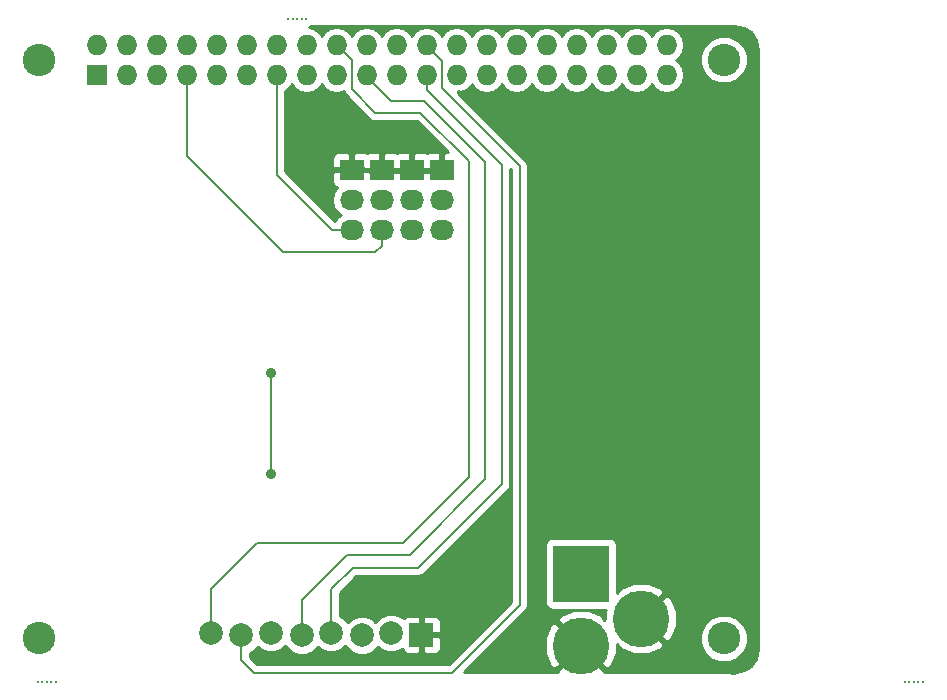
<source format=gtl>
G04 #@! TF.FileFunction,Copper,L1,Top,Signal*
%FSLAX46Y46*%
G04 Gerber Fmt 4.6, Leading zero omitted, Abs format (unit mm)*
G04 Created by KiCad (PCBNEW (2015-01-16 BZR 5376)-product) date 3/31/2016 12:49:39 PM*
%MOMM*%
G01*
G04 APERTURE LIST*
%ADD10C,0.100000*%
%ADD11C,2.000000*%
%ADD12R,2.000000X2.000000*%
%ADD13R,2.032000X1.727200*%
%ADD14O,2.032000X1.727200*%
%ADD15C,0.300000*%
%ADD16C,4.800600*%
%ADD17R,4.800600X4.800600*%
%ADD18C,2.750000*%
%ADD19R,1.727200X1.727200*%
%ADD20O,1.727200X1.727200*%
%ADD21C,0.889000*%
%ADD22C,0.152400*%
%ADD23C,0.254000*%
G04 APERTURE END LIST*
D10*
D11*
X112110000Y-124540000D03*
X114650000Y-124750000D03*
X117190000Y-124540000D03*
X119750000Y-124750000D03*
X122270000Y-124540000D03*
X124850000Y-124750000D03*
X127350000Y-124540000D03*
D12*
X129900000Y-124700000D03*
D13*
X131635000Y-85346000D03*
D14*
X131635000Y-87886000D03*
X131635000Y-90426000D03*
D13*
X129095000Y-85346000D03*
D14*
X129095000Y-87886000D03*
X129095000Y-90426000D03*
D13*
X126555000Y-85346000D03*
D14*
X126555000Y-87886000D03*
X126555000Y-90426000D03*
D13*
X123995000Y-85335000D03*
D14*
X123995000Y-87875000D03*
X123995000Y-90415000D03*
D15*
X98933000Y-128651000D03*
X98552000Y-128651000D03*
X98171000Y-128651000D03*
X97790000Y-128651000D03*
X97409000Y-128651000D03*
X172339000Y-128651000D03*
X171958000Y-128651000D03*
X171577000Y-128651000D03*
X171196000Y-128651000D03*
X170815000Y-128651000D03*
X118618000Y-72517000D03*
D16*
X143400000Y-125600000D03*
D17*
X143400000Y-119504000D03*
D16*
X148480000Y-123314000D03*
D18*
X97500000Y-76000000D03*
X155500000Y-76000000D03*
X97500000Y-125000000D03*
X155500000Y-125000000D03*
D15*
X118999000Y-72517000D03*
X119380000Y-72517000D03*
X119761000Y-72517000D03*
X120142000Y-72517000D03*
D19*
X102400000Y-77300000D03*
D20*
X102400000Y-74760000D03*
X104940000Y-77300000D03*
X104940000Y-74760000D03*
X107480000Y-77300000D03*
X107480000Y-74760000D03*
X110020000Y-77300000D03*
X110020000Y-74760000D03*
X112560000Y-77300000D03*
X112560000Y-74760000D03*
X115100000Y-77300000D03*
X115100000Y-74760000D03*
X117640000Y-77300000D03*
X117640000Y-74760000D03*
X120180000Y-77300000D03*
X120180000Y-74760000D03*
X122720000Y-77300000D03*
X122720000Y-74760000D03*
X125260000Y-77300000D03*
X125260000Y-74760000D03*
X127800000Y-77300000D03*
X127800000Y-74760000D03*
X130340000Y-77300000D03*
X130340000Y-74760000D03*
X132880000Y-77300000D03*
X132880000Y-74760000D03*
X135420000Y-77300000D03*
X135420000Y-74760000D03*
X137960000Y-77300000D03*
X137960000Y-74760000D03*
X140500000Y-77300000D03*
X140500000Y-74760000D03*
X143040000Y-77300000D03*
X143040000Y-74760000D03*
X145580000Y-77300000D03*
X145580000Y-74760000D03*
X148120000Y-77300000D03*
X148120000Y-74760000D03*
X150660000Y-77300000D03*
X150660000Y-74760000D03*
D21*
X117200000Y-111100000D03*
X117200000Y-102500000D03*
D22*
X117200000Y-102500000D02*
X117200000Y-111100000D01*
X131635000Y-90426000D02*
X131626000Y-90426000D01*
X122720000Y-74760000D02*
X122760000Y-74760000D01*
X122760000Y-74760000D02*
X124000000Y-76000000D01*
X124000000Y-76000000D02*
X124000000Y-78500000D01*
X124000000Y-78500000D02*
X126000000Y-80500000D01*
X126000000Y-80500000D02*
X129800000Y-80500000D01*
X129800000Y-80500000D02*
X133900000Y-84600000D01*
X133900000Y-84600000D02*
X133900000Y-111300000D01*
X133900000Y-111300000D02*
X128300000Y-116900000D01*
X128300000Y-116900000D02*
X116000000Y-116900000D01*
X116000000Y-116900000D02*
X112110000Y-120790000D01*
X112110000Y-120790000D02*
X112110000Y-124540000D01*
X138200000Y-112600000D02*
X138200000Y-122200000D01*
X131600000Y-76100000D02*
X131600000Y-78400000D01*
X131600000Y-78400000D02*
X138200000Y-85000000D01*
X138200000Y-85000000D02*
X138200000Y-112600000D01*
X130340000Y-74840000D02*
X131600000Y-76100000D01*
X114650000Y-126850000D02*
X114650000Y-124750000D01*
X115700000Y-127900000D02*
X114650000Y-126850000D01*
X132500000Y-127900000D02*
X115700000Y-127900000D01*
X138200000Y-122200000D02*
X132500000Y-127900000D01*
X130340000Y-74760000D02*
X130340000Y-74840000D01*
X126555000Y-90426000D02*
X126555000Y-91745000D01*
X110020000Y-84120000D02*
X110020000Y-77300000D01*
X118200000Y-92300000D02*
X110020000Y-84120000D01*
X126000000Y-92300000D02*
X118200000Y-92300000D01*
X126555000Y-91745000D02*
X126000000Y-92300000D01*
X123995000Y-90415000D02*
X122315000Y-90415000D01*
X117640000Y-85740000D02*
X117640000Y-77300000D01*
X122315000Y-90415000D02*
X117640000Y-85740000D01*
X125260000Y-77300000D02*
X125260000Y-77460000D01*
X125260000Y-77460000D02*
X127300000Y-79500000D01*
X119750000Y-121750000D02*
X119750000Y-124750000D01*
X123600000Y-117900000D02*
X119750000Y-121750000D01*
X128900000Y-117900000D02*
X123600000Y-117900000D01*
X135300000Y-111500000D02*
X128900000Y-117900000D01*
X135300000Y-84700000D02*
X135300000Y-111500000D01*
X130100000Y-79500000D02*
X135300000Y-84700000D01*
X127300000Y-79500000D02*
X130100000Y-79500000D01*
X130340000Y-77300000D02*
X130340000Y-78540000D01*
X122270000Y-120830000D02*
X122270000Y-124540000D01*
X124100000Y-119000000D02*
X122270000Y-120830000D01*
X129600000Y-119000000D02*
X124100000Y-119000000D01*
X136700000Y-111900000D02*
X129600000Y-119000000D01*
X136700000Y-84900000D02*
X136700000Y-111900000D01*
X130340000Y-78540000D02*
X136700000Y-84900000D01*
D23*
G36*
X132141611Y-83847400D02*
X131920750Y-83847400D01*
X131762000Y-84006150D01*
X131762000Y-85219000D01*
X131782000Y-85219000D01*
X131782000Y-85473000D01*
X131762000Y-85473000D01*
X131762000Y-85493000D01*
X131508000Y-85493000D01*
X131508000Y-85473000D01*
X131508000Y-85219000D01*
X131508000Y-84006150D01*
X131349250Y-83847400D01*
X130492691Y-83847400D01*
X130365000Y-83900291D01*
X130237309Y-83847400D01*
X129380750Y-83847400D01*
X129222000Y-84006150D01*
X129222000Y-85219000D01*
X130142750Y-85219000D01*
X130587250Y-85219000D01*
X131508000Y-85219000D01*
X131508000Y-85473000D01*
X130587250Y-85473000D01*
X130142750Y-85473000D01*
X129222000Y-85473000D01*
X129222000Y-85493000D01*
X128968000Y-85493000D01*
X128968000Y-85473000D01*
X128968000Y-85219000D01*
X128968000Y-84006150D01*
X128809250Y-83847400D01*
X127952691Y-83847400D01*
X127825000Y-83900291D01*
X127697309Y-83847400D01*
X126840750Y-83847400D01*
X126682000Y-84006150D01*
X126682000Y-85219000D01*
X127602750Y-85219000D01*
X128047250Y-85219000D01*
X128968000Y-85219000D01*
X128968000Y-85473000D01*
X128047250Y-85473000D01*
X127602750Y-85473000D01*
X126682000Y-85473000D01*
X126682000Y-85493000D01*
X126428000Y-85493000D01*
X126428000Y-85473000D01*
X126428000Y-85219000D01*
X126428000Y-84006150D01*
X126269250Y-83847400D01*
X125412691Y-83847400D01*
X125288278Y-83898933D01*
X125137309Y-83836400D01*
X124280750Y-83836400D01*
X124122000Y-83995150D01*
X124122000Y-85208000D01*
X125051750Y-85208000D01*
X125062750Y-85219000D01*
X126428000Y-85219000D01*
X126428000Y-85473000D01*
X125498250Y-85473000D01*
X125487250Y-85462000D01*
X124122000Y-85462000D01*
X124122000Y-85482000D01*
X123868000Y-85482000D01*
X123868000Y-85462000D01*
X123868000Y-85208000D01*
X123868000Y-83995150D01*
X123709250Y-83836400D01*
X122852691Y-83836400D01*
X122619302Y-83933073D01*
X122440673Y-84111701D01*
X122344000Y-84345090D01*
X122344000Y-84597709D01*
X122344000Y-85049250D01*
X122502750Y-85208000D01*
X123868000Y-85208000D01*
X123868000Y-85462000D01*
X122502750Y-85462000D01*
X122344000Y-85620750D01*
X122344000Y-86072291D01*
X122344000Y-86324910D01*
X122440673Y-86558299D01*
X122619302Y-86736927D01*
X122772780Y-86800499D01*
X122750585Y-86815330D01*
X122425729Y-87301511D01*
X122311655Y-87875000D01*
X122425729Y-88448489D01*
X122750585Y-88934670D01*
X123065365Y-89145000D01*
X122750585Y-89355330D01*
X122554532Y-89648743D01*
X118351200Y-85445411D01*
X118351200Y-78621869D01*
X118699670Y-78389029D01*
X118910000Y-78074248D01*
X119120330Y-78389029D01*
X119606511Y-78713885D01*
X120180000Y-78827959D01*
X120753489Y-78713885D01*
X121239670Y-78389029D01*
X121450000Y-78074248D01*
X121660330Y-78389029D01*
X122146511Y-78713885D01*
X122720000Y-78827959D01*
X123293489Y-78713885D01*
X123326903Y-78691558D01*
X123342937Y-78772165D01*
X123497106Y-79002894D01*
X125497106Y-81002894D01*
X125727835Y-81157063D01*
X125727836Y-81157063D01*
X125772990Y-81166044D01*
X126000000Y-81211200D01*
X129505411Y-81211200D01*
X132141611Y-83847400D01*
X132141611Y-83847400D01*
G37*
X132141611Y-83847400D02*
X131920750Y-83847400D01*
X131762000Y-84006150D01*
X131762000Y-85219000D01*
X131782000Y-85219000D01*
X131782000Y-85473000D01*
X131762000Y-85473000D01*
X131762000Y-85493000D01*
X131508000Y-85493000D01*
X131508000Y-85473000D01*
X131508000Y-85219000D01*
X131508000Y-84006150D01*
X131349250Y-83847400D01*
X130492691Y-83847400D01*
X130365000Y-83900291D01*
X130237309Y-83847400D01*
X129380750Y-83847400D01*
X129222000Y-84006150D01*
X129222000Y-85219000D01*
X130142750Y-85219000D01*
X130587250Y-85219000D01*
X131508000Y-85219000D01*
X131508000Y-85473000D01*
X130587250Y-85473000D01*
X130142750Y-85473000D01*
X129222000Y-85473000D01*
X129222000Y-85493000D01*
X128968000Y-85493000D01*
X128968000Y-85473000D01*
X128968000Y-85219000D01*
X128968000Y-84006150D01*
X128809250Y-83847400D01*
X127952691Y-83847400D01*
X127825000Y-83900291D01*
X127697309Y-83847400D01*
X126840750Y-83847400D01*
X126682000Y-84006150D01*
X126682000Y-85219000D01*
X127602750Y-85219000D01*
X128047250Y-85219000D01*
X128968000Y-85219000D01*
X128968000Y-85473000D01*
X128047250Y-85473000D01*
X127602750Y-85473000D01*
X126682000Y-85473000D01*
X126682000Y-85493000D01*
X126428000Y-85493000D01*
X126428000Y-85473000D01*
X126428000Y-85219000D01*
X126428000Y-84006150D01*
X126269250Y-83847400D01*
X125412691Y-83847400D01*
X125288278Y-83898933D01*
X125137309Y-83836400D01*
X124280750Y-83836400D01*
X124122000Y-83995150D01*
X124122000Y-85208000D01*
X125051750Y-85208000D01*
X125062750Y-85219000D01*
X126428000Y-85219000D01*
X126428000Y-85473000D01*
X125498250Y-85473000D01*
X125487250Y-85462000D01*
X124122000Y-85462000D01*
X124122000Y-85482000D01*
X123868000Y-85482000D01*
X123868000Y-85462000D01*
X123868000Y-85208000D01*
X123868000Y-83995150D01*
X123709250Y-83836400D01*
X122852691Y-83836400D01*
X122619302Y-83933073D01*
X122440673Y-84111701D01*
X122344000Y-84345090D01*
X122344000Y-84597709D01*
X122344000Y-85049250D01*
X122502750Y-85208000D01*
X123868000Y-85208000D01*
X123868000Y-85462000D01*
X122502750Y-85462000D01*
X122344000Y-85620750D01*
X122344000Y-86072291D01*
X122344000Y-86324910D01*
X122440673Y-86558299D01*
X122619302Y-86736927D01*
X122772780Y-86800499D01*
X122750585Y-86815330D01*
X122425729Y-87301511D01*
X122311655Y-87875000D01*
X122425729Y-88448489D01*
X122750585Y-88934670D01*
X123065365Y-89145000D01*
X122750585Y-89355330D01*
X122554532Y-89648743D01*
X118351200Y-85445411D01*
X118351200Y-78621869D01*
X118699670Y-78389029D01*
X118910000Y-78074248D01*
X119120330Y-78389029D01*
X119606511Y-78713885D01*
X120180000Y-78827959D01*
X120753489Y-78713885D01*
X121239670Y-78389029D01*
X121450000Y-78074248D01*
X121660330Y-78389029D01*
X122146511Y-78713885D01*
X122720000Y-78827959D01*
X123293489Y-78713885D01*
X123326903Y-78691558D01*
X123342937Y-78772165D01*
X123497106Y-79002894D01*
X125497106Y-81002894D01*
X125727835Y-81157063D01*
X125727836Y-81157063D01*
X125772990Y-81166044D01*
X126000000Y-81211200D01*
X129505411Y-81211200D01*
X132141611Y-83847400D01*
G36*
X133027000Y-77427000D02*
X133007000Y-77427000D01*
X133007000Y-77447000D01*
X132753000Y-77447000D01*
X132753000Y-77427000D01*
X132733000Y-77427000D01*
X132733000Y-77173000D01*
X132753000Y-77173000D01*
X132753000Y-77153000D01*
X133007000Y-77153000D01*
X133007000Y-77173000D01*
X133027000Y-77173000D01*
X133027000Y-77427000D01*
X133027000Y-77427000D01*
G37*
X133027000Y-77427000D02*
X133007000Y-77427000D01*
X133007000Y-77447000D01*
X132753000Y-77447000D01*
X132753000Y-77427000D01*
X132733000Y-77427000D01*
X132733000Y-77173000D01*
X132753000Y-77173000D01*
X132753000Y-77153000D01*
X133007000Y-77153000D01*
X133007000Y-77173000D01*
X133027000Y-77173000D01*
X133027000Y-77427000D01*
G36*
X137488800Y-121905411D02*
X132205411Y-127188800D01*
X131535000Y-127188800D01*
X131535000Y-125826310D01*
X131535000Y-125573691D01*
X131535000Y-124985750D01*
X131535000Y-124414250D01*
X131535000Y-123826309D01*
X131535000Y-123573690D01*
X131438327Y-123340301D01*
X131259698Y-123161673D01*
X131026309Y-123065000D01*
X130185750Y-123065000D01*
X130027000Y-123223750D01*
X130027000Y-124573000D01*
X131376250Y-124573000D01*
X131535000Y-124414250D01*
X131535000Y-124985750D01*
X131376250Y-124827000D01*
X130027000Y-124827000D01*
X130027000Y-126176250D01*
X130185750Y-126335000D01*
X131026309Y-126335000D01*
X131259698Y-126238327D01*
X131438327Y-126059699D01*
X131535000Y-125826310D01*
X131535000Y-127188800D01*
X115994588Y-127188800D01*
X115361200Y-126555411D01*
X115361200Y-126225211D01*
X115574943Y-126136894D01*
X116025198Y-125687424D01*
X116262637Y-125925278D01*
X116863352Y-126174716D01*
X117513795Y-126175284D01*
X118114943Y-125926894D01*
X118365216Y-125677057D01*
X118822637Y-126135278D01*
X119423352Y-126384716D01*
X120073795Y-126385284D01*
X120674943Y-126136894D01*
X121115181Y-125697424D01*
X121342637Y-125925278D01*
X121943352Y-126174716D01*
X122593795Y-126175284D01*
X123194943Y-125926894D01*
X123458500Y-125663796D01*
X123463106Y-125674943D01*
X123922637Y-126135278D01*
X124523352Y-126384716D01*
X125173795Y-126385284D01*
X125774943Y-126136894D01*
X126205163Y-125707424D01*
X126422637Y-125925278D01*
X127023352Y-126174716D01*
X127673795Y-126175284D01*
X128274943Y-125926894D01*
X128297384Y-125904492D01*
X128361673Y-126059699D01*
X128540302Y-126238327D01*
X128773691Y-126335000D01*
X129614250Y-126335000D01*
X129773000Y-126176250D01*
X129773000Y-124827000D01*
X129753000Y-124827000D01*
X129753000Y-124573000D01*
X129773000Y-124573000D01*
X129773000Y-123223750D01*
X129614250Y-123065000D01*
X128773691Y-123065000D01*
X128540302Y-123161673D01*
X128412189Y-123289784D01*
X128277363Y-123154722D01*
X127676648Y-122905284D01*
X127026205Y-122904716D01*
X126425057Y-123153106D01*
X125994836Y-123582575D01*
X125777363Y-123364722D01*
X125176648Y-123115284D01*
X124526205Y-123114716D01*
X123925057Y-123363106D01*
X123661499Y-123626203D01*
X123656894Y-123615057D01*
X123197363Y-123154722D01*
X122981200Y-123064963D01*
X122981200Y-121124588D01*
X124394588Y-119711200D01*
X129600000Y-119711200D01*
X129872164Y-119657063D01*
X129872165Y-119657063D01*
X130102894Y-119502894D01*
X137202894Y-112402895D01*
X137202894Y-112402894D01*
X137357063Y-112172165D01*
X137357063Y-112172164D01*
X137366044Y-112127009D01*
X137411199Y-111900000D01*
X137411200Y-111900000D01*
X137411200Y-85216988D01*
X137488800Y-85294588D01*
X137488800Y-112600000D01*
X137488800Y-121905411D01*
X137488800Y-121905411D01*
G37*
X137488800Y-121905411D02*
X132205411Y-127188800D01*
X131535000Y-127188800D01*
X131535000Y-125826310D01*
X131535000Y-125573691D01*
X131535000Y-124985750D01*
X131535000Y-124414250D01*
X131535000Y-123826309D01*
X131535000Y-123573690D01*
X131438327Y-123340301D01*
X131259698Y-123161673D01*
X131026309Y-123065000D01*
X130185750Y-123065000D01*
X130027000Y-123223750D01*
X130027000Y-124573000D01*
X131376250Y-124573000D01*
X131535000Y-124414250D01*
X131535000Y-124985750D01*
X131376250Y-124827000D01*
X130027000Y-124827000D01*
X130027000Y-126176250D01*
X130185750Y-126335000D01*
X131026309Y-126335000D01*
X131259698Y-126238327D01*
X131438327Y-126059699D01*
X131535000Y-125826310D01*
X131535000Y-127188800D01*
X115994588Y-127188800D01*
X115361200Y-126555411D01*
X115361200Y-126225211D01*
X115574943Y-126136894D01*
X116025198Y-125687424D01*
X116262637Y-125925278D01*
X116863352Y-126174716D01*
X117513795Y-126175284D01*
X118114943Y-125926894D01*
X118365216Y-125677057D01*
X118822637Y-126135278D01*
X119423352Y-126384716D01*
X120073795Y-126385284D01*
X120674943Y-126136894D01*
X121115181Y-125697424D01*
X121342637Y-125925278D01*
X121943352Y-126174716D01*
X122593795Y-126175284D01*
X123194943Y-125926894D01*
X123458500Y-125663796D01*
X123463106Y-125674943D01*
X123922637Y-126135278D01*
X124523352Y-126384716D01*
X125173795Y-126385284D01*
X125774943Y-126136894D01*
X126205163Y-125707424D01*
X126422637Y-125925278D01*
X127023352Y-126174716D01*
X127673795Y-126175284D01*
X128274943Y-125926894D01*
X128297384Y-125904492D01*
X128361673Y-126059699D01*
X128540302Y-126238327D01*
X128773691Y-126335000D01*
X129614250Y-126335000D01*
X129773000Y-126176250D01*
X129773000Y-124827000D01*
X129753000Y-124827000D01*
X129753000Y-124573000D01*
X129773000Y-124573000D01*
X129773000Y-123223750D01*
X129614250Y-123065000D01*
X128773691Y-123065000D01*
X128540302Y-123161673D01*
X128412189Y-123289784D01*
X128277363Y-123154722D01*
X127676648Y-122905284D01*
X127026205Y-122904716D01*
X126425057Y-123153106D01*
X125994836Y-123582575D01*
X125777363Y-123364722D01*
X125176648Y-123115284D01*
X124526205Y-123114716D01*
X123925057Y-123363106D01*
X123661499Y-123626203D01*
X123656894Y-123615057D01*
X123197363Y-123154722D01*
X122981200Y-123064963D01*
X122981200Y-121124588D01*
X124394588Y-119711200D01*
X129600000Y-119711200D01*
X129872164Y-119657063D01*
X129872165Y-119657063D01*
X130102894Y-119502894D01*
X137202894Y-112402895D01*
X137202894Y-112402894D01*
X137357063Y-112172165D01*
X137357063Y-112172164D01*
X137366044Y-112127009D01*
X137411199Y-111900000D01*
X137411200Y-111900000D01*
X137411200Y-85216988D01*
X137488800Y-85294588D01*
X137488800Y-112600000D01*
X137488800Y-121905411D01*
G36*
X158409510Y-75276233D02*
X158365000Y-75500000D01*
X158365000Y-125888213D01*
X158202492Y-126705194D01*
X157803029Y-127303031D01*
X157510348Y-127498594D01*
X157510348Y-124601940D01*
X157510348Y-75601940D01*
X157204988Y-74862914D01*
X156640060Y-74296999D01*
X155901568Y-73990350D01*
X155101940Y-73989652D01*
X154362914Y-74295012D01*
X153796999Y-74859940D01*
X153490350Y-75598432D01*
X153489652Y-76398060D01*
X153795012Y-77137086D01*
X154359940Y-77703001D01*
X155098432Y-78009650D01*
X155898060Y-78010348D01*
X156637086Y-77704988D01*
X157203001Y-77140060D01*
X157509650Y-76401568D01*
X157510348Y-75601940D01*
X157510348Y-124601940D01*
X157204988Y-123862914D01*
X156640060Y-123296999D01*
X155901568Y-122990350D01*
X155101940Y-122989652D01*
X154362914Y-123295012D01*
X153796999Y-123859940D01*
X153490350Y-124598432D01*
X153489652Y-125398060D01*
X153795012Y-126137086D01*
X154359940Y-126703001D01*
X155098432Y-127009650D01*
X155898060Y-127010348D01*
X156637086Y-126704988D01*
X157203001Y-126140060D01*
X157509650Y-125401568D01*
X157510348Y-124601940D01*
X157510348Y-127498594D01*
X157205193Y-127702493D01*
X156278573Y-127886809D01*
X156223767Y-127909510D01*
X156000000Y-127865000D01*
X151516369Y-127865000D01*
X151516369Y-123912358D01*
X151514221Y-122704843D01*
X151056257Y-121599221D01*
X150643936Y-121329670D01*
X150464330Y-121509275D01*
X148659605Y-123314000D01*
X150643936Y-125298330D01*
X151056257Y-125028779D01*
X151516369Y-123912358D01*
X151516369Y-127865000D01*
X150464330Y-127865000D01*
X150464330Y-125477936D01*
X148480000Y-123493605D01*
X148465857Y-123507747D01*
X148300395Y-123342285D01*
X148286252Y-123328142D01*
X148300395Y-123314000D01*
X148286252Y-123299857D01*
X148465857Y-123120252D01*
X148480000Y-123134395D01*
X150464330Y-121150064D01*
X150194779Y-120737743D01*
X149078358Y-120277631D01*
X147870843Y-120279779D01*
X146765221Y-120737743D01*
X146495670Y-121150062D01*
X146447740Y-121102132D01*
X146447740Y-117103700D01*
X146400763Y-116861577D01*
X146260973Y-116648773D01*
X146049940Y-116506323D01*
X145800300Y-116456260D01*
X140999700Y-116456260D01*
X140757577Y-116503237D01*
X140544773Y-116643027D01*
X140402323Y-116854060D01*
X140352260Y-117103700D01*
X140352260Y-121904300D01*
X140399237Y-122146423D01*
X140539027Y-122359227D01*
X140750060Y-122501677D01*
X140999700Y-122551740D01*
X145511180Y-122551740D01*
X145443631Y-122715642D01*
X145444804Y-123375587D01*
X145384329Y-123436062D01*
X145114779Y-123023743D01*
X143998358Y-122563631D01*
X142790843Y-122565779D01*
X141685221Y-123023743D01*
X141415670Y-123436064D01*
X143400000Y-125420395D01*
X143414142Y-125406252D01*
X143593747Y-125585857D01*
X143579605Y-125600000D01*
X145563936Y-127584330D01*
X145976257Y-127314779D01*
X146436369Y-126198358D01*
X146435194Y-125538413D01*
X146495670Y-125477937D01*
X146765221Y-125890257D01*
X147881642Y-126350369D01*
X149089157Y-126348221D01*
X150194779Y-125890257D01*
X150464330Y-125477936D01*
X150464330Y-127865000D01*
X145318260Y-127865000D01*
X145384330Y-127763936D01*
X143400000Y-125779605D01*
X143220395Y-125959210D01*
X143220395Y-125600000D01*
X141236064Y-123615670D01*
X140823743Y-123885221D01*
X140363631Y-125001642D01*
X140365779Y-126209157D01*
X140823743Y-127314779D01*
X141236064Y-127584330D01*
X143220395Y-125600000D01*
X143220395Y-125959210D01*
X141415670Y-127763936D01*
X141481739Y-127865000D01*
X133540788Y-127865000D01*
X138702894Y-122702895D01*
X138702894Y-122702894D01*
X138805905Y-122548726D01*
X138857062Y-122472165D01*
X138857063Y-122472164D01*
X138911199Y-122200000D01*
X138911200Y-122200000D01*
X138911200Y-112600000D01*
X138911200Y-85000000D01*
X138857063Y-84727836D01*
X138702895Y-84497106D01*
X133004389Y-78798600D01*
X133007002Y-78798600D01*
X133007002Y-78633818D01*
X133239026Y-78754958D01*
X133654947Y-78582688D01*
X134086821Y-78188490D01*
X134144336Y-78065771D01*
X134360330Y-78389029D01*
X134846511Y-78713885D01*
X135420000Y-78827959D01*
X135993489Y-78713885D01*
X136479670Y-78389029D01*
X136690000Y-78074248D01*
X136900330Y-78389029D01*
X137386511Y-78713885D01*
X137960000Y-78827959D01*
X138533489Y-78713885D01*
X139019670Y-78389029D01*
X139230000Y-78074248D01*
X139440330Y-78389029D01*
X139926511Y-78713885D01*
X140500000Y-78827959D01*
X141073489Y-78713885D01*
X141559670Y-78389029D01*
X141770000Y-78074248D01*
X141980330Y-78389029D01*
X142466511Y-78713885D01*
X143040000Y-78827959D01*
X143613489Y-78713885D01*
X144099670Y-78389029D01*
X144310000Y-78074248D01*
X144520330Y-78389029D01*
X145006511Y-78713885D01*
X145580000Y-78827959D01*
X146153489Y-78713885D01*
X146639670Y-78389029D01*
X146850000Y-78074248D01*
X147060330Y-78389029D01*
X147546511Y-78713885D01*
X148120000Y-78827959D01*
X148693489Y-78713885D01*
X149179670Y-78389029D01*
X149390000Y-78074248D01*
X149600330Y-78389029D01*
X150086511Y-78713885D01*
X150660000Y-78827959D01*
X151233489Y-78713885D01*
X151719670Y-78389029D01*
X152044526Y-77902848D01*
X152158600Y-77329359D01*
X152158600Y-77270641D01*
X152044526Y-76697152D01*
X151719670Y-76210971D01*
X151448827Y-76030000D01*
X151719670Y-75849029D01*
X152044526Y-75362848D01*
X152158600Y-74789359D01*
X152158600Y-74730641D01*
X152044526Y-74157152D01*
X151719670Y-73670971D01*
X151233489Y-73346115D01*
X150660000Y-73232041D01*
X150086511Y-73346115D01*
X149600330Y-73670971D01*
X149390000Y-73985751D01*
X149179670Y-73670971D01*
X148693489Y-73346115D01*
X148120000Y-73232041D01*
X147546511Y-73346115D01*
X147060330Y-73670971D01*
X146850000Y-73985751D01*
X146639670Y-73670971D01*
X146153489Y-73346115D01*
X145580000Y-73232041D01*
X145006511Y-73346115D01*
X144520330Y-73670971D01*
X144310000Y-73985751D01*
X144099670Y-73670971D01*
X143613489Y-73346115D01*
X143040000Y-73232041D01*
X142466511Y-73346115D01*
X141980330Y-73670971D01*
X141770000Y-73985751D01*
X141559670Y-73670971D01*
X141073489Y-73346115D01*
X140500000Y-73232041D01*
X139926511Y-73346115D01*
X139440330Y-73670971D01*
X139230000Y-73985751D01*
X139019670Y-73670971D01*
X138533489Y-73346115D01*
X137960000Y-73232041D01*
X137386511Y-73346115D01*
X136900330Y-73670971D01*
X136690000Y-73985751D01*
X136479670Y-73670971D01*
X135993489Y-73346115D01*
X135420000Y-73232041D01*
X134846511Y-73346115D01*
X134360330Y-73670971D01*
X134150000Y-73985751D01*
X133939670Y-73670971D01*
X133453489Y-73346115D01*
X132880000Y-73232041D01*
X132306511Y-73346115D01*
X131820330Y-73670971D01*
X131610000Y-73985751D01*
X131399670Y-73670971D01*
X130913489Y-73346115D01*
X130340000Y-73232041D01*
X129766511Y-73346115D01*
X129280330Y-73670971D01*
X129070000Y-73985751D01*
X128859670Y-73670971D01*
X128373489Y-73346115D01*
X127800000Y-73232041D01*
X127226511Y-73346115D01*
X126740330Y-73670971D01*
X126530000Y-73985751D01*
X126319670Y-73670971D01*
X125833489Y-73346115D01*
X125260000Y-73232041D01*
X124686511Y-73346115D01*
X124200330Y-73670971D01*
X123990000Y-73985751D01*
X123779670Y-73670971D01*
X123293489Y-73346115D01*
X122720000Y-73232041D01*
X122146511Y-73346115D01*
X121660330Y-73670971D01*
X121450000Y-73985751D01*
X121239670Y-73670971D01*
X120753489Y-73346115D01*
X120373805Y-73270591D01*
X120586086Y-73182879D01*
X120634048Y-73135000D01*
X156388214Y-73135000D01*
X157205193Y-73297506D01*
X157803029Y-73696968D01*
X158202492Y-74294805D01*
X158386809Y-75221428D01*
X158409510Y-75276233D01*
X158409510Y-75276233D01*
G37*
X158409510Y-75276233D02*
X158365000Y-75500000D01*
X158365000Y-125888213D01*
X158202492Y-126705194D01*
X157803029Y-127303031D01*
X157510348Y-127498594D01*
X157510348Y-124601940D01*
X157510348Y-75601940D01*
X157204988Y-74862914D01*
X156640060Y-74296999D01*
X155901568Y-73990350D01*
X155101940Y-73989652D01*
X154362914Y-74295012D01*
X153796999Y-74859940D01*
X153490350Y-75598432D01*
X153489652Y-76398060D01*
X153795012Y-77137086D01*
X154359940Y-77703001D01*
X155098432Y-78009650D01*
X155898060Y-78010348D01*
X156637086Y-77704988D01*
X157203001Y-77140060D01*
X157509650Y-76401568D01*
X157510348Y-75601940D01*
X157510348Y-124601940D01*
X157204988Y-123862914D01*
X156640060Y-123296999D01*
X155901568Y-122990350D01*
X155101940Y-122989652D01*
X154362914Y-123295012D01*
X153796999Y-123859940D01*
X153490350Y-124598432D01*
X153489652Y-125398060D01*
X153795012Y-126137086D01*
X154359940Y-126703001D01*
X155098432Y-127009650D01*
X155898060Y-127010348D01*
X156637086Y-126704988D01*
X157203001Y-126140060D01*
X157509650Y-125401568D01*
X157510348Y-124601940D01*
X157510348Y-127498594D01*
X157205193Y-127702493D01*
X156278573Y-127886809D01*
X156223767Y-127909510D01*
X156000000Y-127865000D01*
X151516369Y-127865000D01*
X151516369Y-123912358D01*
X151514221Y-122704843D01*
X151056257Y-121599221D01*
X150643936Y-121329670D01*
X150464330Y-121509275D01*
X148659605Y-123314000D01*
X150643936Y-125298330D01*
X151056257Y-125028779D01*
X151516369Y-123912358D01*
X151516369Y-127865000D01*
X150464330Y-127865000D01*
X150464330Y-125477936D01*
X148480000Y-123493605D01*
X148465857Y-123507747D01*
X148300395Y-123342285D01*
X148286252Y-123328142D01*
X148300395Y-123314000D01*
X148286252Y-123299857D01*
X148465857Y-123120252D01*
X148480000Y-123134395D01*
X150464330Y-121150064D01*
X150194779Y-120737743D01*
X149078358Y-120277631D01*
X147870843Y-120279779D01*
X146765221Y-120737743D01*
X146495670Y-121150062D01*
X146447740Y-121102132D01*
X146447740Y-117103700D01*
X146400763Y-116861577D01*
X146260973Y-116648773D01*
X146049940Y-116506323D01*
X145800300Y-116456260D01*
X140999700Y-116456260D01*
X140757577Y-116503237D01*
X140544773Y-116643027D01*
X140402323Y-116854060D01*
X140352260Y-117103700D01*
X140352260Y-121904300D01*
X140399237Y-122146423D01*
X140539027Y-122359227D01*
X140750060Y-122501677D01*
X140999700Y-122551740D01*
X145511180Y-122551740D01*
X145443631Y-122715642D01*
X145444804Y-123375587D01*
X145384329Y-123436062D01*
X145114779Y-123023743D01*
X143998358Y-122563631D01*
X142790843Y-122565779D01*
X141685221Y-123023743D01*
X141415670Y-123436064D01*
X143400000Y-125420395D01*
X143414142Y-125406252D01*
X143593747Y-125585857D01*
X143579605Y-125600000D01*
X145563936Y-127584330D01*
X145976257Y-127314779D01*
X146436369Y-126198358D01*
X146435194Y-125538413D01*
X146495670Y-125477937D01*
X146765221Y-125890257D01*
X147881642Y-126350369D01*
X149089157Y-126348221D01*
X150194779Y-125890257D01*
X150464330Y-125477936D01*
X150464330Y-127865000D01*
X145318260Y-127865000D01*
X145384330Y-127763936D01*
X143400000Y-125779605D01*
X143220395Y-125959210D01*
X143220395Y-125600000D01*
X141236064Y-123615670D01*
X140823743Y-123885221D01*
X140363631Y-125001642D01*
X140365779Y-126209157D01*
X140823743Y-127314779D01*
X141236064Y-127584330D01*
X143220395Y-125600000D01*
X143220395Y-125959210D01*
X141415670Y-127763936D01*
X141481739Y-127865000D01*
X133540788Y-127865000D01*
X138702894Y-122702895D01*
X138702894Y-122702894D01*
X138805905Y-122548726D01*
X138857062Y-122472165D01*
X138857063Y-122472164D01*
X138911199Y-122200000D01*
X138911200Y-122200000D01*
X138911200Y-112600000D01*
X138911200Y-85000000D01*
X138857063Y-84727836D01*
X138702895Y-84497106D01*
X133004389Y-78798600D01*
X133007002Y-78798600D01*
X133007002Y-78633818D01*
X133239026Y-78754958D01*
X133654947Y-78582688D01*
X134086821Y-78188490D01*
X134144336Y-78065771D01*
X134360330Y-78389029D01*
X134846511Y-78713885D01*
X135420000Y-78827959D01*
X135993489Y-78713885D01*
X136479670Y-78389029D01*
X136690000Y-78074248D01*
X136900330Y-78389029D01*
X137386511Y-78713885D01*
X137960000Y-78827959D01*
X138533489Y-78713885D01*
X139019670Y-78389029D01*
X139230000Y-78074248D01*
X139440330Y-78389029D01*
X139926511Y-78713885D01*
X140500000Y-78827959D01*
X141073489Y-78713885D01*
X141559670Y-78389029D01*
X141770000Y-78074248D01*
X141980330Y-78389029D01*
X142466511Y-78713885D01*
X143040000Y-78827959D01*
X143613489Y-78713885D01*
X144099670Y-78389029D01*
X144310000Y-78074248D01*
X144520330Y-78389029D01*
X145006511Y-78713885D01*
X145580000Y-78827959D01*
X146153489Y-78713885D01*
X146639670Y-78389029D01*
X146850000Y-78074248D01*
X147060330Y-78389029D01*
X147546511Y-78713885D01*
X148120000Y-78827959D01*
X148693489Y-78713885D01*
X149179670Y-78389029D01*
X149390000Y-78074248D01*
X149600330Y-78389029D01*
X150086511Y-78713885D01*
X150660000Y-78827959D01*
X151233489Y-78713885D01*
X151719670Y-78389029D01*
X152044526Y-77902848D01*
X152158600Y-77329359D01*
X152158600Y-77270641D01*
X152044526Y-76697152D01*
X151719670Y-76210971D01*
X151448827Y-76030000D01*
X151719670Y-75849029D01*
X152044526Y-75362848D01*
X152158600Y-74789359D01*
X152158600Y-74730641D01*
X152044526Y-74157152D01*
X151719670Y-73670971D01*
X151233489Y-73346115D01*
X150660000Y-73232041D01*
X150086511Y-73346115D01*
X149600330Y-73670971D01*
X149390000Y-73985751D01*
X149179670Y-73670971D01*
X148693489Y-73346115D01*
X148120000Y-73232041D01*
X147546511Y-73346115D01*
X147060330Y-73670971D01*
X146850000Y-73985751D01*
X146639670Y-73670971D01*
X146153489Y-73346115D01*
X145580000Y-73232041D01*
X145006511Y-73346115D01*
X144520330Y-73670971D01*
X144310000Y-73985751D01*
X144099670Y-73670971D01*
X143613489Y-73346115D01*
X143040000Y-73232041D01*
X142466511Y-73346115D01*
X141980330Y-73670971D01*
X141770000Y-73985751D01*
X141559670Y-73670971D01*
X141073489Y-73346115D01*
X140500000Y-73232041D01*
X139926511Y-73346115D01*
X139440330Y-73670971D01*
X139230000Y-73985751D01*
X139019670Y-73670971D01*
X138533489Y-73346115D01*
X137960000Y-73232041D01*
X137386511Y-73346115D01*
X136900330Y-73670971D01*
X136690000Y-73985751D01*
X136479670Y-73670971D01*
X135993489Y-73346115D01*
X135420000Y-73232041D01*
X134846511Y-73346115D01*
X134360330Y-73670971D01*
X134150000Y-73985751D01*
X133939670Y-73670971D01*
X133453489Y-73346115D01*
X132880000Y-73232041D01*
X132306511Y-73346115D01*
X131820330Y-73670971D01*
X131610000Y-73985751D01*
X131399670Y-73670971D01*
X130913489Y-73346115D01*
X130340000Y-73232041D01*
X129766511Y-73346115D01*
X129280330Y-73670971D01*
X129070000Y-73985751D01*
X128859670Y-73670971D01*
X128373489Y-73346115D01*
X127800000Y-73232041D01*
X127226511Y-73346115D01*
X126740330Y-73670971D01*
X126530000Y-73985751D01*
X126319670Y-73670971D01*
X125833489Y-73346115D01*
X125260000Y-73232041D01*
X124686511Y-73346115D01*
X124200330Y-73670971D01*
X123990000Y-73985751D01*
X123779670Y-73670971D01*
X123293489Y-73346115D01*
X122720000Y-73232041D01*
X122146511Y-73346115D01*
X121660330Y-73670971D01*
X121450000Y-73985751D01*
X121239670Y-73670971D01*
X120753489Y-73346115D01*
X120373805Y-73270591D01*
X120586086Y-73182879D01*
X120634048Y-73135000D01*
X156388214Y-73135000D01*
X157205193Y-73297506D01*
X157803029Y-73696968D01*
X158202492Y-74294805D01*
X158386809Y-75221428D01*
X158409510Y-75276233D01*
M02*

</source>
